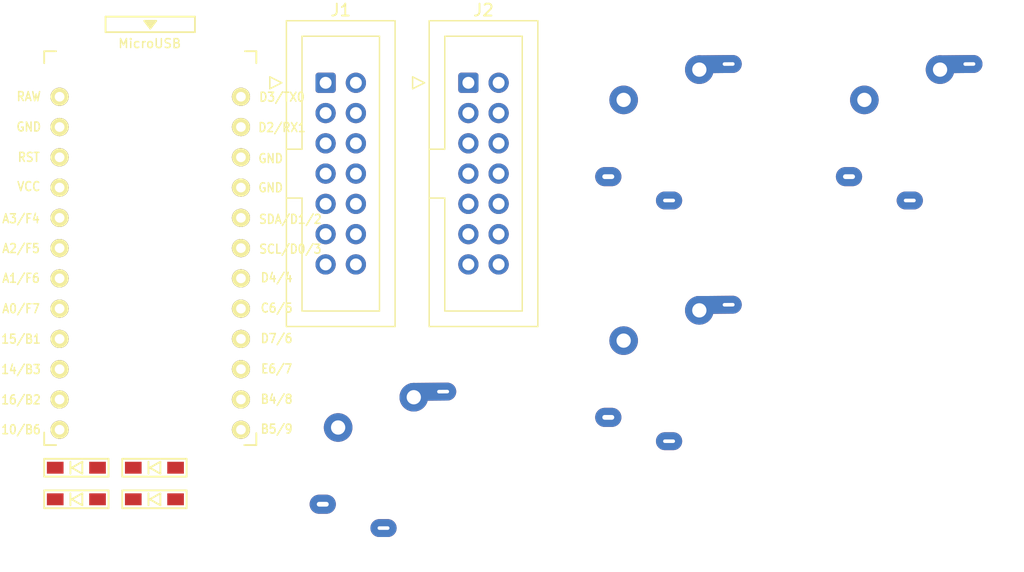
<source format=kicad_pcb>
(kicad_pcb (version 20171130) (host pcbnew "(5.1.10-1-10_14)")

  (general
    (thickness 1.6)
    (drawings 0)
    (tracks 0)
    (zones 0)
    (modules 11)
    (nets 20)
  )

  (page A4)
  (layers
    (0 F.Cu signal)
    (31 B.Cu signal)
    (32 B.Adhes user)
    (33 F.Adhes user)
    (34 B.Paste user)
    (35 F.Paste user)
    (36 B.SilkS user)
    (37 F.SilkS user)
    (38 B.Mask user)
    (39 F.Mask user)
    (40 Dwgs.User user)
    (41 Cmts.User user)
    (42 Eco1.User user)
    (43 Eco2.User user)
    (44 Edge.Cuts user)
    (45 Margin user)
    (46 B.CrtYd user)
    (47 F.CrtYd user)
    (48 B.Fab user)
    (49 F.Fab user)
  )

  (setup
    (last_trace_width 0.25)
    (trace_clearance 0.2)
    (zone_clearance 0.508)
    (zone_45_only no)
    (trace_min 0.2)
    (via_size 0.8)
    (via_drill 0.4)
    (via_min_size 0.4)
    (via_min_drill 0.3)
    (uvia_size 0.3)
    (uvia_drill 0.1)
    (uvias_allowed no)
    (uvia_min_size 0.2)
    (uvia_min_drill 0.1)
    (edge_width 0.12)
    (segment_width 0.12)
    (pcb_text_width 0.3)
    (pcb_text_size 1.5 1.5)
    (mod_edge_width 0.12)
    (mod_text_size 1 1)
    (mod_text_width 0.15)
    (pad_size 1.524 1.524)
    (pad_drill 0.762)
    (pad_to_mask_clearance 0)
    (aux_axis_origin 0 0)
    (visible_elements FFFFFF7F)
    (pcbplotparams
      (layerselection 0x010fc_ffffffff)
      (usegerberextensions false)
      (usegerberattributes true)
      (usegerberadvancedattributes true)
      (creategerberjobfile true)
      (excludeedgelayer true)
      (linewidth 0.100000)
      (plotframeref false)
      (viasonmask false)
      (mode 1)
      (useauxorigin false)
      (hpglpennumber 1)
      (hpglpenspeed 20)
      (hpglpendiameter 15.000000)
      (psnegative false)
      (psa4output false)
      (plotreference true)
      (plotvalue true)
      (plotinvisibletext false)
      (padsonsilk false)
      (subtractmaskfromsilk false)
      (outputformat 1)
      (mirror false)
      (drillshape 1)
      (scaleselection 1)
      (outputdirectory ""))
  )

  (net 0 "")
  (net 1 "Net-(D1-Pad2)")
  (net 2 Row1)
  (net 3 "Net-(D2-Pad2)")
  (net 4 "Net-(D3-Pad2)")
  (net 5 "Net-(D4-Pad2)")
  (net 6 Col1)
  (net 7 Ground)
  (net 8 VCC)
  (net 9 Col9)
  (net 10 Col8)
  (net 11 Col7)
  (net 12 Row3)
  (net 13 Row5)
  (net 14 Row6)
  (net 15 Row4)
  (net 16 Col6)
  (net 17 Col5)
  (net 18 Col4)
  (net 19 Col3)

  (net_class Default "This is the default net class."
    (clearance 0.2)
    (trace_width 0.25)
    (via_dia 0.8)
    (via_drill 0.4)
    (uvia_dia 0.3)
    (uvia_drill 0.1)
    (add_net Col1)
    (add_net Col10)
    (add_net Col11)
    (add_net Col12)
    (add_net Col3)
    (add_net Col4)
    (add_net Col5)
    (add_net Col6)
    (add_net Col7)
    (add_net Col8)
    (add_net Col9)
    (add_net Ground)
    (add_net "Net-(D1-Pad2)")
    (add_net "Net-(D2-Pad2)")
    (add_net "Net-(D3-Pad2)")
    (add_net "Net-(D4-Pad2)")
    (add_net "Net-(J2-Pad10)")
    (add_net "Net-(J2-Pad11)")
    (add_net "Net-(J2-Pad12)")
    (add_net "Net-(J2-Pad13)")
    (add_net "Net-(J2-Pad14)")
    (add_net "Net-(J2-Pad9)")
    (add_net "Net-(U1-Pad24)")
    (add_net Reset)
    (add_net Row1)
    (add_net Row3)
    (add_net Row4)
    (add_net Row5)
    (add_net Row6)
    (add_net VCC)
  )

  (module Foostan:ProMicro_v3.5 (layer F.Cu) (tedit 5CC05BC0) (tstamp 61864593)
    (at 136.248 63.741)
    (path /6185DFED)
    (fp_text reference U1 (at 0 -5 270) (layer F.SilkS) hide
      (effects (font (size 1 1) (thickness 0.15)))
    )
    (fp_text value ProMicro (at -0.1 0.05 90) (layer F.Fab) hide
      (effects (font (size 1 1) (thickness 0.15)))
    )
    (fp_line (start -0.15 -20.4) (end 0.15 -20.4) (layer F.SilkS) (width 0.15))
    (fp_line (start -0.25 -20.55) (end 0.25 -20.55) (layer F.SilkS) (width 0.15))
    (fp_line (start -0.35 -20.7) (end 0.35 -20.7) (layer F.SilkS) (width 0.15))
    (fp_line (start 0 -20.2) (end -0.5 -20.85) (layer F.SilkS) (width 0.15))
    (fp_line (start 0.5 -20.85) (end 0 -20.2) (layer F.SilkS) (width 0.15))
    (fp_line (start -0.5 -20.85) (end 0.5 -20.85) (layer F.SilkS) (width 0.15))
    (fp_line (start 3.75 -21.2) (end -3.75 -21.2) (layer F.SilkS) (width 0.15))
    (fp_line (start 3.75 -19.9) (end 3.75 -21.2) (layer F.SilkS) (width 0.15))
    (fp_line (start -3.75 -19.9) (end 3.75 -19.9) (layer F.SilkS) (width 0.15))
    (fp_line (start -3.75 -21.2) (end -3.75 -19.9) (layer F.SilkS) (width 0.15))
    (fp_line (start 3.76 -18.3) (end 8.9 -18.3) (layer F.Fab) (width 0.15))
    (fp_line (start -3.75 -18.3) (end 3.75 -18.3) (layer F.Fab) (width 0.15))
    (fp_line (start -3.75 -19.6) (end -3.75 -18.299039) (layer F.Fab) (width 0.15))
    (fp_line (start 3.75 -19.6) (end 3.75 -18.3) (layer F.Fab) (width 0.15))
    (fp_line (start -3.75 -19.6) (end 3.75 -19.6) (layer F.Fab) (width 0.15))
    (fp_line (start -8.9 -18.3) (end -3.75 -18.3) (layer F.Fab) (width 0.15))
    (fp_line (start 8.9 -18.3) (end 8.9 14.75) (layer F.Fab) (width 0.15))
    (fp_line (start 8.9 14.75) (end -8.9 14.75) (layer F.Fab) (width 0.15))
    (fp_line (start -8.9 14.75) (end -8.9 -18.3) (layer F.Fab) (width 0.15))
    (fp_line (start -8.9 -18.3) (end -8.9 -17.3) (layer F.SilkS) (width 0.15))
    (fp_line (start 8.9 -18.3) (end 8.9 -17.3) (layer F.SilkS) (width 0.15))
    (fp_line (start -8.9 -18.3) (end -7.9 -18.3) (layer F.SilkS) (width 0.15))
    (fp_line (start 8.9 -18.3) (end 7.95 -18.3) (layer F.SilkS) (width 0.15))
    (fp_line (start -8.9 13.7) (end -8.9 14.75) (layer F.SilkS) (width 0.15))
    (fp_line (start 8.9 13.75) (end 8.9 14.75) (layer F.SilkS) (width 0.15))
    (fp_line (start -8.9 14.75) (end -7.9 14.75) (layer F.SilkS) (width 0.15))
    (fp_line (start 8.9 14.75) (end 7.89 14.75) (layer F.SilkS) (width 0.15))
    (fp_text user "" (at -1.2515 -16.256) (layer B.SilkS)
      (effects (font (size 1 1) (thickness 0.15)) (justify mirror))
    )
    (fp_text user "" (at -0.545 -17.4) (layer F.SilkS)
      (effects (font (size 1 1) (thickness 0.15)))
    )
    (fp_text user RAW (at -10.195 -14.5 unlocked) (layer F.SilkS)
      (effects (font (size 0.75 0.67) (thickness 0.125)))
    )
    (fp_text user GND (at -10.195 -11.95 unlocked) (layer F.SilkS)
      (effects (font (size 0.75 0.67) (thickness 0.125)))
    )
    (fp_text user RST (at -10.195 -9.4 unlocked) (layer F.SilkS)
      (effects (font (size 0.75 0.67) (thickness 0.125)))
    )
    (fp_text user VCC (at -10.195 -6.95 unlocked) (layer F.SilkS)
      (effects (font (size 0.75 0.67) (thickness 0.125)))
    )
    (fp_text user A3/F4 (at -10.845 -4.25 unlocked) (layer F.SilkS)
      (effects (font (size 0.75 0.67) (thickness 0.125)))
    )
    (fp_text user A2/F5 (at -10.845 -1.75 unlocked) (layer F.SilkS)
      (effects (font (size 0.75 0.67) (thickness 0.125)))
    )
    (fp_text user A1/F6 (at -10.845 0.75 unlocked) (layer F.SilkS)
      (effects (font (size 0.75 0.67) (thickness 0.125)))
    )
    (fp_text user A0/F7 (at -10.845 3.3 unlocked) (layer F.SilkS)
      (effects (font (size 0.75 0.67) (thickness 0.125)))
    )
    (fp_text user 15/B1 (at -10.845 5.85 unlocked) (layer F.SilkS)
      (effects (font (size 0.75 0.67) (thickness 0.125)))
    )
    (fp_text user 14/B3 (at -10.845 8.4 unlocked) (layer F.SilkS)
      (effects (font (size 0.75 0.67) (thickness 0.125)))
    )
    (fp_text user 10/B6 (at -10.845 13.45 unlocked) (layer F.SilkS)
      (effects (font (size 0.75 0.67) (thickness 0.125)))
    )
    (fp_text user 16/B2 (at -10.845 10.95 unlocked) (layer F.SilkS)
      (effects (font (size 0.75 0.67) (thickness 0.125)))
    )
    (fp_text user E6/7 (at 10.605 8.35 unlocked) (layer F.SilkS)
      (effects (font (size 0.75 0.67) (thickness 0.125)))
    )
    (fp_text user D7/6 (at 10.605 5.8 unlocked) (layer F.SilkS)
      (effects (font (size 0.75 0.67) (thickness 0.125)))
    )
    (fp_text user GND (at 10.105 -9.3 unlocked) (layer F.SilkS)
      (effects (font (size 0.75 0.67) (thickness 0.125)))
    )
    (fp_text user GND (at 10.105 -6.85 unlocked) (layer F.SilkS)
      (effects (font (size 0.75 0.67) (thickness 0.125)))
    )
    (fp_text user D3/TX0 (at 11.055 -14.45 unlocked) (layer F.SilkS)
      (effects (font (size 0.75 0.67) (thickness 0.125)))
    )
    (fp_text user D4/4 (at 10.605 0.7 unlocked) (layer F.SilkS)
      (effects (font (size 0.75 0.67) (thickness 0.125)))
    )
    (fp_text user SDA/D1/2 (at 11.755 -4.2 unlocked) (layer F.SilkS)
      (effects (font (size 0.75 0.67) (thickness 0.125)))
    )
    (fp_text user SCL/D0/3 (at 11.755 -1.7 unlocked) (layer F.SilkS)
      (effects (font (size 0.75 0.67) (thickness 0.125)))
    )
    (fp_text user C6/5 (at 10.605 3.25 unlocked) (layer F.SilkS)
      (effects (font (size 0.75 0.67) (thickness 0.125)))
    )
    (fp_text user B5/9 (at 10.605 13.4 unlocked) (layer F.SilkS)
      (effects (font (size 0.75 0.67) (thickness 0.125)))
    )
    (fp_text user D2/RX1 (at 11.055 -11.9 unlocked) (layer F.SilkS)
      (effects (font (size 0.75 0.67) (thickness 0.125)))
    )
    (fp_text user B4/8 (at 10.605 10.9 unlocked) (layer F.SilkS)
      (effects (font (size 0.75 0.67) (thickness 0.125)))
    )
    (fp_text user MicroUSB (at -0.05 -18.95) (layer F.SilkS)
      (effects (font (size 0.75 0.75) (thickness 0.12)))
    )
    (pad 24 thru_hole circle (at -7.6086 -14.478) (size 1.524 1.524) (drill 0.8128) (layers *.Cu F.SilkS B.Mask))
    (pad 23 thru_hole circle (at -7.6086 -11.938) (size 1.524 1.524) (drill 0.8128) (layers *.Cu F.SilkS B.Mask)
      (net 7 Ground))
    (pad 22 thru_hole circle (at -7.6086 -9.398) (size 1.524 1.524) (drill 0.8128) (layers *.Cu F.SilkS B.Mask))
    (pad 21 thru_hole circle (at -7.6086 -6.858) (size 1.524 1.524) (drill 0.8128) (layers *.Cu F.SilkS B.Mask)
      (net 8 VCC))
    (pad 20 thru_hole circle (at -7.6086 -4.318) (size 1.524 1.524) (drill 0.8128) (layers *.Cu F.SilkS B.Mask))
    (pad 19 thru_hole circle (at -7.6086 -1.778) (size 1.524 1.524) (drill 0.8128) (layers *.Cu F.SilkS B.Mask))
    (pad 18 thru_hole circle (at -7.6086 0.762) (size 1.524 1.524) (drill 0.8128) (layers *.Cu F.SilkS B.Mask))
    (pad 17 thru_hole circle (at -7.6086 3.302) (size 1.524 1.524) (drill 0.8128) (layers *.Cu F.SilkS B.Mask)
      (net 9 Col9))
    (pad 16 thru_hole circle (at -7.6086 5.842) (size 1.524 1.524) (drill 0.8128) (layers *.Cu F.SilkS B.Mask)
      (net 10 Col8))
    (pad 15 thru_hole circle (at -7.6086 8.382) (size 1.524 1.524) (drill 0.8128) (layers *.Cu F.SilkS B.Mask)
      (net 11 Col7))
    (pad 14 thru_hole circle (at -7.6086 10.922) (size 1.524 1.524) (drill 0.8128) (layers *.Cu F.SilkS B.Mask)
      (net 13 Row5))
    (pad 13 thru_hole circle (at -7.6086 13.462) (size 1.524 1.524) (drill 0.8128) (layers *.Cu F.SilkS B.Mask)
      (net 14 Row6))
    (pad 12 thru_hole circle (at 7.6114 13.462) (size 1.524 1.524) (drill 0.8128) (layers *.Cu F.SilkS B.Mask)
      (net 15 Row4))
    (pad 11 thru_hole circle (at 7.6114 10.922) (size 1.524 1.524) (drill 0.8128) (layers *.Cu F.SilkS B.Mask)
      (net 12 Row3))
    (pad 10 thru_hole circle (at 7.6114 8.382) (size 1.524 1.524) (drill 0.8128) (layers *.Cu F.SilkS B.Mask)
      (net 16 Col6))
    (pad 9 thru_hole circle (at 7.6114 5.842) (size 1.524 1.524) (drill 0.8128) (layers *.Cu F.SilkS B.Mask)
      (net 17 Col5))
    (pad 8 thru_hole circle (at 7.6114 3.302) (size 1.524 1.524) (drill 0.8128) (layers *.Cu F.SilkS B.Mask)
      (net 18 Col4))
    (pad 7 thru_hole circle (at 7.6114 0.762) (size 1.524 1.524) (drill 0.8128) (layers *.Cu F.SilkS B.Mask)
      (net 19 Col3))
    (pad 6 thru_hole circle (at 7.6114 -1.778) (size 1.524 1.524) (drill 0.8128) (layers *.Cu F.SilkS B.Mask)
      (net 6 Col1))
    (pad 5 thru_hole circle (at 7.6114 -4.318) (size 1.524 1.524) (drill 0.8128) (layers *.Cu F.SilkS B.Mask)
      (net 2 Row1))
    (pad 4 thru_hole circle (at 7.6114 -6.858) (size 1.524 1.524) (drill 0.8128) (layers *.Cu F.SilkS B.Mask)
      (net 7 Ground))
    (pad 3 thru_hole circle (at 7.6114 -9.398) (size 1.524 1.524) (drill 0.8128) (layers *.Cu F.SilkS B.Mask)
      (net 7 Ground))
    (pad 2 thru_hole circle (at 7.6114 -11.938) (size 1.524 1.524) (drill 0.8128) (layers *.Cu F.SilkS B.Mask)
      (net 6 Col1))
    (pad 1 thru_hole circle (at 7.6114 -14.478) (size 1.524 1.524) (drill 0.8128) (layers *.Cu F.SilkS B.Mask)
      (net 6 Col1))
  )

  (module Foostan:CherryMX_ChocV2_1u (layer F.Cu) (tedit 5F85C937) (tstamp 618644E9)
    (at 179.783 72.266)
    (path /6188DF8A)
    (fp_text reference SW4 (at 5.1 7.95 180) (layer Dwgs.User) hide
      (effects (font (size 1 1) (thickness 0.15)))
    )
    (fp_text value SW_Push (at 0 7.9 180) (layer Dwgs.User) hide
      (effects (font (size 1 1) (thickness 0.15)))
    )
    (fp_line (start 7 7) (end 7 6) (layer Dwgs.User) (width 0.15))
    (fp_line (start 6 7) (end 7 7) (layer Dwgs.User) (width 0.15))
    (fp_line (start -7 -7) (end -6 -7) (layer Dwgs.User) (width 0.15))
    (fp_line (start -7 -6) (end -7 -7) (layer Dwgs.User) (width 0.15))
    (fp_line (start -9.525 9.525) (end -9.525 -9.525) (layer Dwgs.User) (width 0.15))
    (fp_line (start 9.525 9.525) (end -9.525 9.525) (layer Dwgs.User) (width 0.15))
    (fp_line (start 9.525 -9.525) (end 9.525 9.525) (layer Dwgs.User) (width 0.15))
    (fp_line (start -9.525 -9.525) (end 9.525 -9.525) (layer Dwgs.User) (width 0.15))
    (pad 2 thru_hole circle (at 2.54 -5.08) (size 2.4 2.4) (drill 1.2) (layers *.Cu B.Mask)
      (net 6 Col1))
    (pad 2 thru_hole oval (at 5 -5.55 0.5) (size 4.4 1.5) (drill oval 1 0.3 (offset -1.1 0)) (layers *.Cu B.Mask)
      (net 6 Col1))
    (pad 1 thru_hole oval (at -5.1 3.9) (size 2.2 1.6) (drill oval 1 0.4) (layers *.Cu B.Mask)
      (net 5 "Net-(D4-Pad2)"))
    (pad "" np_thru_hole circle (at 0 0 90) (size 4.9 4.9) (drill 4.9) (layers *.Cu *.Mask))
    (pad "" np_thru_hole circle (at -5.5 0 90) (size 1.8 1.8) (drill 1.8) (layers *.Cu *.Mask))
    (pad "" np_thru_hole circle (at 5.5 0 90) (size 1.8 1.8) (drill 1.8) (layers *.Cu *.Mask))
    (pad 2 thru_hole oval (at 0 5.9) (size 2.2 1.5) (drill oval 1 0.3) (layers *.Cu B.Mask)
      (net 6 Col1))
    (pad 1 thru_hole circle (at -3.81 -2.54) (size 2.4 2.4) (drill 1.2) (layers *.Cu B.Mask)
      (net 5 "Net-(D4-Pad2)"))
    (pad "" np_thru_hole circle (at 5.08 0) (size 1.7 1.7) (drill 1.7) (layers *.Cu *.Mask))
    (pad "" np_thru_hole circle (at -5.08 0) (size 1.7 1.7) (drill 1.7) (layers *.Cu *.Mask))
    (model /Users/foostan/src/github.com/foostan/kbd/kicad-packages3D/kbd.3dshapes/kailh_choc.step
      (at (xyz 0 0 0))
      (scale (xyz 1 1 1))
      (rotate (xyz 0 0 180))
    )
  )

  (module Foostan:CherryMX_ChocV2_1u (layer F.Cu) (tedit 5F85C937) (tstamp 618644D3)
    (at 199.983 52.066)
    (path /618803DA)
    (fp_text reference SW3 (at 5.1 7.95 180) (layer Dwgs.User) hide
      (effects (font (size 1 1) (thickness 0.15)))
    )
    (fp_text value SW_Push (at 0 7.9 180) (layer Dwgs.User) hide
      (effects (font (size 1 1) (thickness 0.15)))
    )
    (fp_line (start 7 7) (end 7 6) (layer Dwgs.User) (width 0.15))
    (fp_line (start 6 7) (end 7 7) (layer Dwgs.User) (width 0.15))
    (fp_line (start -7 -7) (end -6 -7) (layer Dwgs.User) (width 0.15))
    (fp_line (start -7 -6) (end -7 -7) (layer Dwgs.User) (width 0.15))
    (fp_line (start -9.525 9.525) (end -9.525 -9.525) (layer Dwgs.User) (width 0.15))
    (fp_line (start 9.525 9.525) (end -9.525 9.525) (layer Dwgs.User) (width 0.15))
    (fp_line (start 9.525 -9.525) (end 9.525 9.525) (layer Dwgs.User) (width 0.15))
    (fp_line (start -9.525 -9.525) (end 9.525 -9.525) (layer Dwgs.User) (width 0.15))
    (pad 2 thru_hole circle (at 2.54 -5.08) (size 2.4 2.4) (drill 1.2) (layers *.Cu B.Mask)
      (net 6 Col1))
    (pad 2 thru_hole oval (at 5 -5.55 0.5) (size 4.4 1.5) (drill oval 1 0.3 (offset -1.1 0)) (layers *.Cu B.Mask)
      (net 6 Col1))
    (pad 1 thru_hole oval (at -5.1 3.9) (size 2.2 1.6) (drill oval 1 0.4) (layers *.Cu B.Mask)
      (net 4 "Net-(D3-Pad2)"))
    (pad "" np_thru_hole circle (at 0 0 90) (size 4.9 4.9) (drill 4.9) (layers *.Cu *.Mask))
    (pad "" np_thru_hole circle (at -5.5 0 90) (size 1.8 1.8) (drill 1.8) (layers *.Cu *.Mask))
    (pad "" np_thru_hole circle (at 5.5 0 90) (size 1.8 1.8) (drill 1.8) (layers *.Cu *.Mask))
    (pad 2 thru_hole oval (at 0 5.9) (size 2.2 1.5) (drill oval 1 0.3) (layers *.Cu B.Mask)
      (net 6 Col1))
    (pad 1 thru_hole circle (at -3.81 -2.54) (size 2.4 2.4) (drill 1.2) (layers *.Cu B.Mask)
      (net 4 "Net-(D3-Pad2)"))
    (pad "" np_thru_hole circle (at 5.08 0) (size 1.7 1.7) (drill 1.7) (layers *.Cu *.Mask))
    (pad "" np_thru_hole circle (at -5.08 0) (size 1.7 1.7) (drill 1.7) (layers *.Cu *.Mask))
    (model /Users/foostan/src/github.com/foostan/kbd/kicad-packages3D/kbd.3dshapes/kailh_choc.step
      (at (xyz 0 0 0))
      (scale (xyz 1 1 1))
      (rotate (xyz 0 0 180))
    )
  )

  (module Foostan:CherryMX_ChocV2_1u (layer F.Cu) (tedit 5F85C937) (tstamp 618644BD)
    (at 179.783 52.066)
    (path /6188DF7C)
    (fp_text reference SW2 (at 5.1 7.95 180) (layer Dwgs.User) hide
      (effects (font (size 1 1) (thickness 0.15)))
    )
    (fp_text value SW_Push (at 0 7.9 180) (layer Dwgs.User) hide
      (effects (font (size 1 1) (thickness 0.15)))
    )
    (fp_line (start 7 7) (end 7 6) (layer Dwgs.User) (width 0.15))
    (fp_line (start 6 7) (end 7 7) (layer Dwgs.User) (width 0.15))
    (fp_line (start -7 -7) (end -6 -7) (layer Dwgs.User) (width 0.15))
    (fp_line (start -7 -6) (end -7 -7) (layer Dwgs.User) (width 0.15))
    (fp_line (start -9.525 9.525) (end -9.525 -9.525) (layer Dwgs.User) (width 0.15))
    (fp_line (start 9.525 9.525) (end -9.525 9.525) (layer Dwgs.User) (width 0.15))
    (fp_line (start 9.525 -9.525) (end 9.525 9.525) (layer Dwgs.User) (width 0.15))
    (fp_line (start -9.525 -9.525) (end 9.525 -9.525) (layer Dwgs.User) (width 0.15))
    (pad 2 thru_hole circle (at 2.54 -5.08) (size 2.4 2.4) (drill 1.2) (layers *.Cu B.Mask)
      (net 6 Col1))
    (pad 2 thru_hole oval (at 5 -5.55 0.5) (size 4.4 1.5) (drill oval 1 0.3 (offset -1.1 0)) (layers *.Cu B.Mask)
      (net 6 Col1))
    (pad 1 thru_hole oval (at -5.1 3.9) (size 2.2 1.6) (drill oval 1 0.4) (layers *.Cu B.Mask)
      (net 3 "Net-(D2-Pad2)"))
    (pad "" np_thru_hole circle (at 0 0 90) (size 4.9 4.9) (drill 4.9) (layers *.Cu *.Mask))
    (pad "" np_thru_hole circle (at -5.5 0 90) (size 1.8 1.8) (drill 1.8) (layers *.Cu *.Mask))
    (pad "" np_thru_hole circle (at 5.5 0 90) (size 1.8 1.8) (drill 1.8) (layers *.Cu *.Mask))
    (pad 2 thru_hole oval (at 0 5.9) (size 2.2 1.5) (drill oval 1 0.3) (layers *.Cu B.Mask)
      (net 6 Col1))
    (pad 1 thru_hole circle (at -3.81 -2.54) (size 2.4 2.4) (drill 1.2) (layers *.Cu B.Mask)
      (net 3 "Net-(D2-Pad2)"))
    (pad "" np_thru_hole circle (at 5.08 0) (size 1.7 1.7) (drill 1.7) (layers *.Cu *.Mask))
    (pad "" np_thru_hole circle (at -5.08 0) (size 1.7 1.7) (drill 1.7) (layers *.Cu *.Mask))
    (model /Users/foostan/src/github.com/foostan/kbd/kicad-packages3D/kbd.3dshapes/kailh_choc.step
      (at (xyz 0 0 0))
      (scale (xyz 1 1 1))
      (rotate (xyz 0 0 180))
    )
  )

  (module Foostan:CherryMX_ChocV2_1u (layer F.Cu) (tedit 5F85C937) (tstamp 618644A7)
    (at 155.823 79.556)
    (path /6187A774)
    (fp_text reference SW1 (at 5.1 7.95 180) (layer Dwgs.User) hide
      (effects (font (size 1 1) (thickness 0.15)))
    )
    (fp_text value SW_Push (at 0 7.9 180) (layer Dwgs.User) hide
      (effects (font (size 1 1) (thickness 0.15)))
    )
    (fp_line (start 7 7) (end 7 6) (layer Dwgs.User) (width 0.15))
    (fp_line (start 6 7) (end 7 7) (layer Dwgs.User) (width 0.15))
    (fp_line (start -7 -7) (end -6 -7) (layer Dwgs.User) (width 0.15))
    (fp_line (start -7 -6) (end -7 -7) (layer Dwgs.User) (width 0.15))
    (fp_line (start -9.525 9.525) (end -9.525 -9.525) (layer Dwgs.User) (width 0.15))
    (fp_line (start 9.525 9.525) (end -9.525 9.525) (layer Dwgs.User) (width 0.15))
    (fp_line (start 9.525 -9.525) (end 9.525 9.525) (layer Dwgs.User) (width 0.15))
    (fp_line (start -9.525 -9.525) (end 9.525 -9.525) (layer Dwgs.User) (width 0.15))
    (pad 2 thru_hole circle (at 2.54 -5.08) (size 2.4 2.4) (drill 1.2) (layers *.Cu B.Mask)
      (net 6 Col1))
    (pad 2 thru_hole oval (at 5 -5.55 0.5) (size 4.4 1.5) (drill oval 1 0.3 (offset -1.1 0)) (layers *.Cu B.Mask)
      (net 6 Col1))
    (pad 1 thru_hole oval (at -5.1 3.9) (size 2.2 1.6) (drill oval 1 0.4) (layers *.Cu B.Mask)
      (net 1 "Net-(D1-Pad2)"))
    (pad "" np_thru_hole circle (at 0 0 90) (size 4.9 4.9) (drill 4.9) (layers *.Cu *.Mask))
    (pad "" np_thru_hole circle (at -5.5 0 90) (size 1.8 1.8) (drill 1.8) (layers *.Cu *.Mask))
    (pad "" np_thru_hole circle (at 5.5 0 90) (size 1.8 1.8) (drill 1.8) (layers *.Cu *.Mask))
    (pad 2 thru_hole oval (at 0 5.9) (size 2.2 1.5) (drill oval 1 0.3) (layers *.Cu B.Mask)
      (net 6 Col1))
    (pad 1 thru_hole circle (at -3.81 -2.54) (size 2.4 2.4) (drill 1.2) (layers *.Cu B.Mask)
      (net 1 "Net-(D1-Pad2)"))
    (pad "" np_thru_hole circle (at 5.08 0) (size 1.7 1.7) (drill 1.7) (layers *.Cu *.Mask))
    (pad "" np_thru_hole circle (at -5.08 0) (size 1.7 1.7) (drill 1.7) (layers *.Cu *.Mask))
    (model /Users/foostan/src/github.com/foostan/kbd/kicad-packages3D/kbd.3dshapes/kailh_choc.step
      (at (xyz 0 0 0))
      (scale (xyz 1 1 1))
      (rotate (xyz 0 0 180))
    )
  )

  (module Connector_IDC:IDC-Header_2x07_P2.54mm_Vertical (layer F.Cu) (tedit 5EAC9A07) (tstamp 61864491)
    (at 162.943 48.091)
    (descr "Through hole IDC box header, 2x07, 2.54mm pitch, DIN 41651 / IEC 60603-13, double rows, https://docs.google.com/spreadsheets/d/16SsEcesNF15N3Lb4niX7dcUr-NY5_MFPQhobNuNppn4/edit#gid=0")
    (tags "Through hole vertical IDC box header THT 2x07 2.54mm double row")
    (path /618692F3)
    (fp_text reference J2 (at 1.27 -6.1) (layer F.SilkS)
      (effects (font (size 1 1) (thickness 0.15)))
    )
    (fp_text value Conn_02x07_Odd_Even (at 1.27 21.34) (layer F.Fab)
      (effects (font (size 1 1) (thickness 0.15)))
    )
    (fp_line (start -3.18 -4.1) (end -2.18 -5.1) (layer F.Fab) (width 0.1))
    (fp_line (start -2.18 -5.1) (end 5.72 -5.1) (layer F.Fab) (width 0.1))
    (fp_line (start 5.72 -5.1) (end 5.72 20.34) (layer F.Fab) (width 0.1))
    (fp_line (start 5.72 20.34) (end -3.18 20.34) (layer F.Fab) (width 0.1))
    (fp_line (start -3.18 20.34) (end -3.18 -4.1) (layer F.Fab) (width 0.1))
    (fp_line (start -3.18 5.57) (end -1.98 5.57) (layer F.Fab) (width 0.1))
    (fp_line (start -1.98 5.57) (end -1.98 -3.91) (layer F.Fab) (width 0.1))
    (fp_line (start -1.98 -3.91) (end 4.52 -3.91) (layer F.Fab) (width 0.1))
    (fp_line (start 4.52 -3.91) (end 4.52 19.15) (layer F.Fab) (width 0.1))
    (fp_line (start 4.52 19.15) (end -1.98 19.15) (layer F.Fab) (width 0.1))
    (fp_line (start -1.98 19.15) (end -1.98 9.67) (layer F.Fab) (width 0.1))
    (fp_line (start -1.98 9.67) (end -1.98 9.67) (layer F.Fab) (width 0.1))
    (fp_line (start -1.98 9.67) (end -3.18 9.67) (layer F.Fab) (width 0.1))
    (fp_line (start -3.29 -5.21) (end 5.83 -5.21) (layer F.SilkS) (width 0.12))
    (fp_line (start 5.83 -5.21) (end 5.83 20.45) (layer F.SilkS) (width 0.12))
    (fp_line (start 5.83 20.45) (end -3.29 20.45) (layer F.SilkS) (width 0.12))
    (fp_line (start -3.29 20.45) (end -3.29 -5.21) (layer F.SilkS) (width 0.12))
    (fp_line (start -3.29 5.57) (end -1.98 5.57) (layer F.SilkS) (width 0.12))
    (fp_line (start -1.98 5.57) (end -1.98 -3.91) (layer F.SilkS) (width 0.12))
    (fp_line (start -1.98 -3.91) (end 4.52 -3.91) (layer F.SilkS) (width 0.12))
    (fp_line (start 4.52 -3.91) (end 4.52 19.15) (layer F.SilkS) (width 0.12))
    (fp_line (start 4.52 19.15) (end -1.98 19.15) (layer F.SilkS) (width 0.12))
    (fp_line (start -1.98 19.15) (end -1.98 9.67) (layer F.SilkS) (width 0.12))
    (fp_line (start -1.98 9.67) (end -1.98 9.67) (layer F.SilkS) (width 0.12))
    (fp_line (start -1.98 9.67) (end -3.29 9.67) (layer F.SilkS) (width 0.12))
    (fp_line (start -3.68 0) (end -4.68 -0.5) (layer F.SilkS) (width 0.12))
    (fp_line (start -4.68 -0.5) (end -4.68 0.5) (layer F.SilkS) (width 0.12))
    (fp_line (start -4.68 0.5) (end -3.68 0) (layer F.SilkS) (width 0.12))
    (fp_line (start -3.68 -5.6) (end -3.68 20.84) (layer F.CrtYd) (width 0.05))
    (fp_line (start -3.68 20.84) (end 6.22 20.84) (layer F.CrtYd) (width 0.05))
    (fp_line (start 6.22 20.84) (end 6.22 -5.6) (layer F.CrtYd) (width 0.05))
    (fp_line (start 6.22 -5.6) (end -3.68 -5.6) (layer F.CrtYd) (width 0.05))
    (fp_text user %R (at 1.27 7.62 90) (layer F.Fab)
      (effects (font (size 1 1) (thickness 0.15)))
    )
    (pad 14 thru_hole circle (at 2.54 15.24) (size 1.7 1.7) (drill 1) (layers *.Cu *.Mask))
    (pad 12 thru_hole circle (at 2.54 12.7) (size 1.7 1.7) (drill 1) (layers *.Cu *.Mask))
    (pad 10 thru_hole circle (at 2.54 10.16) (size 1.7 1.7) (drill 1) (layers *.Cu *.Mask))
    (pad 8 thru_hole circle (at 2.54 7.62) (size 1.7 1.7) (drill 1) (layers *.Cu *.Mask)
      (net 9 Col9))
    (pad 6 thru_hole circle (at 2.54 5.08) (size 1.7 1.7) (drill 1) (layers *.Cu *.Mask)
      (net 10 Col8))
    (pad 4 thru_hole circle (at 2.54 2.54) (size 1.7 1.7) (drill 1) (layers *.Cu *.Mask)
      (net 11 Col7))
    (pad 2 thru_hole circle (at 2.54 0) (size 1.7 1.7) (drill 1) (layers *.Cu *.Mask)
      (net 7 Ground))
    (pad 13 thru_hole circle (at 0 15.24) (size 1.7 1.7) (drill 1) (layers *.Cu *.Mask))
    (pad 11 thru_hole circle (at 0 12.7) (size 1.7 1.7) (drill 1) (layers *.Cu *.Mask))
    (pad 9 thru_hole circle (at 0 10.16) (size 1.7 1.7) (drill 1) (layers *.Cu *.Mask))
    (pad 7 thru_hole circle (at 0 7.62) (size 1.7 1.7) (drill 1) (layers *.Cu *.Mask)
      (net 12 Row3))
    (pad 5 thru_hole circle (at 0 5.08) (size 1.7 1.7) (drill 1) (layers *.Cu *.Mask)
      (net 6 Col1))
    (pad 3 thru_hole circle (at 0 2.54) (size 1.7 1.7) (drill 1) (layers *.Cu *.Mask)
      (net 2 Row1))
    (pad 1 thru_hole roundrect (at 0 0) (size 1.7 1.7) (drill 1) (layers *.Cu *.Mask) (roundrect_rratio 0.147059)
      (net 8 VCC))
    (model ${KISYS3DMOD}/Connector_IDC.3dshapes/IDC-Header_2x07_P2.54mm_Vertical.wrl
      (at (xyz 0 0 0))
      (scale (xyz 1 1 1))
      (rotate (xyz 0 0 0))
    )
  )

  (module Connector_IDC:IDC-Header_2x07_P2.54mm_Vertical (layer F.Cu) (tedit 5EAC9A07) (tstamp 6186445E)
    (at 150.963 48.091)
    (descr "Through hole IDC box header, 2x07, 2.54mm pitch, DIN 41651 / IEC 60603-13, double rows, https://docs.google.com/spreadsheets/d/16SsEcesNF15N3Lb4niX7dcUr-NY5_MFPQhobNuNppn4/edit#gid=0")
    (tags "Through hole vertical IDC box header THT 2x07 2.54mm double row")
    (path /61867C1C)
    (fp_text reference J1 (at 1.27 -6.1) (layer F.SilkS)
      (effects (font (size 1 1) (thickness 0.15)))
    )
    (fp_text value Conn_02x07_Odd_Even (at 1.27 21.34) (layer F.Fab)
      (effects (font (size 1 1) (thickness 0.15)))
    )
    (fp_line (start -3.18 -4.1) (end -2.18 -5.1) (layer F.Fab) (width 0.1))
    (fp_line (start -2.18 -5.1) (end 5.72 -5.1) (layer F.Fab) (width 0.1))
    (fp_line (start 5.72 -5.1) (end 5.72 20.34) (layer F.Fab) (width 0.1))
    (fp_line (start 5.72 20.34) (end -3.18 20.34) (layer F.Fab) (width 0.1))
    (fp_line (start -3.18 20.34) (end -3.18 -4.1) (layer F.Fab) (width 0.1))
    (fp_line (start -3.18 5.57) (end -1.98 5.57) (layer F.Fab) (width 0.1))
    (fp_line (start -1.98 5.57) (end -1.98 -3.91) (layer F.Fab) (width 0.1))
    (fp_line (start -1.98 -3.91) (end 4.52 -3.91) (layer F.Fab) (width 0.1))
    (fp_line (start 4.52 -3.91) (end 4.52 19.15) (layer F.Fab) (width 0.1))
    (fp_line (start 4.52 19.15) (end -1.98 19.15) (layer F.Fab) (width 0.1))
    (fp_line (start -1.98 19.15) (end -1.98 9.67) (layer F.Fab) (width 0.1))
    (fp_line (start -1.98 9.67) (end -1.98 9.67) (layer F.Fab) (width 0.1))
    (fp_line (start -1.98 9.67) (end -3.18 9.67) (layer F.Fab) (width 0.1))
    (fp_line (start -3.29 -5.21) (end 5.83 -5.21) (layer F.SilkS) (width 0.12))
    (fp_line (start 5.83 -5.21) (end 5.83 20.45) (layer F.SilkS) (width 0.12))
    (fp_line (start 5.83 20.45) (end -3.29 20.45) (layer F.SilkS) (width 0.12))
    (fp_line (start -3.29 20.45) (end -3.29 -5.21) (layer F.SilkS) (width 0.12))
    (fp_line (start -3.29 5.57) (end -1.98 5.57) (layer F.SilkS) (width 0.12))
    (fp_line (start -1.98 5.57) (end -1.98 -3.91) (layer F.SilkS) (width 0.12))
    (fp_line (start -1.98 -3.91) (end 4.52 -3.91) (layer F.SilkS) (width 0.12))
    (fp_line (start 4.52 -3.91) (end 4.52 19.15) (layer F.SilkS) (width 0.12))
    (fp_line (start 4.52 19.15) (end -1.98 19.15) (layer F.SilkS) (width 0.12))
    (fp_line (start -1.98 19.15) (end -1.98 9.67) (layer F.SilkS) (width 0.12))
    (fp_line (start -1.98 9.67) (end -1.98 9.67) (layer F.SilkS) (width 0.12))
    (fp_line (start -1.98 9.67) (end -3.29 9.67) (layer F.SilkS) (width 0.12))
    (fp_line (start -3.68 0) (end -4.68 -0.5) (layer F.SilkS) (width 0.12))
    (fp_line (start -4.68 -0.5) (end -4.68 0.5) (layer F.SilkS) (width 0.12))
    (fp_line (start -4.68 0.5) (end -3.68 0) (layer F.SilkS) (width 0.12))
    (fp_line (start -3.68 -5.6) (end -3.68 20.84) (layer F.CrtYd) (width 0.05))
    (fp_line (start -3.68 20.84) (end 6.22 20.84) (layer F.CrtYd) (width 0.05))
    (fp_line (start 6.22 20.84) (end 6.22 -5.6) (layer F.CrtYd) (width 0.05))
    (fp_line (start 6.22 -5.6) (end -3.68 -5.6) (layer F.CrtYd) (width 0.05))
    (fp_text user %R (at 1.27 7.62 90) (layer F.Fab)
      (effects (font (size 1 1) (thickness 0.15)))
    )
    (pad 14 thru_hole circle (at 2.54 15.24) (size 1.7 1.7) (drill 1) (layers *.Cu *.Mask)
      (net 17 Col5))
    (pad 12 thru_hole circle (at 2.54 12.7) (size 1.7 1.7) (drill 1) (layers *.Cu *.Mask)
      (net 18 Col4))
    (pad 10 thru_hole circle (at 2.54 10.16) (size 1.7 1.7) (drill 1) (layers *.Cu *.Mask)
      (net 19 Col3))
    (pad 8 thru_hole circle (at 2.54 7.62) (size 1.7 1.7) (drill 1) (layers *.Cu *.Mask)
      (net 6 Col1))
    (pad 6 thru_hole circle (at 2.54 5.08) (size 1.7 1.7) (drill 1) (layers *.Cu *.Mask)
      (net 6 Col1))
    (pad 4 thru_hole circle (at 2.54 2.54) (size 1.7 1.7) (drill 1) (layers *.Cu *.Mask)
      (net 6 Col1))
    (pad 2 thru_hole circle (at 2.54 0) (size 1.7 1.7) (drill 1) (layers *.Cu *.Mask)
      (net 7 Ground))
    (pad 13 thru_hole circle (at 0 15.24) (size 1.7 1.7) (drill 1) (layers *.Cu *.Mask)
      (net 16 Col6))
    (pad 11 thru_hole circle (at 0 12.7) (size 1.7 1.7) (drill 1) (layers *.Cu *.Mask)
      (net 15 Row4))
    (pad 9 thru_hole circle (at 0 10.16) (size 1.7 1.7) (drill 1) (layers *.Cu *.Mask)
      (net 13 Row5))
    (pad 7 thru_hole circle (at 0 7.62) (size 1.7 1.7) (drill 1) (layers *.Cu *.Mask)
      (net 14 Row6))
    (pad 5 thru_hole circle (at 0 5.08) (size 1.7 1.7) (drill 1) (layers *.Cu *.Mask)
      (net 12 Row3))
    (pad 3 thru_hole circle (at 0 2.54) (size 1.7 1.7) (drill 1) (layers *.Cu *.Mask)
      (net 2 Row1))
    (pad 1 thru_hole roundrect (at 0 0) (size 1.7 1.7) (drill 1) (layers *.Cu *.Mask) (roundrect_rratio 0.147059)
      (net 8 VCC))
    (model ${KISYS3DMOD}/Connector_IDC.3dshapes/IDC-Header_2x07_P2.54mm_Vertical.wrl
      (at (xyz 0 0 0))
      (scale (xyz 1 1 1))
      (rotate (xyz 0 0 0))
    )
  )

  (module Foostan:D3_SMD_v2 (layer F.Cu) (tedit 5F70BC50) (tstamp 618643F3)
    (at 136.598 83.041)
    (descr "Resitance 3 pas")
    (tags R)
    (path /6188DF84)
    (autoplace_cost180 10)
    (fp_text reference D4 (at 0.5 0) (layer F.Fab) hide
      (effects (font (size 0.5 0.5) (thickness 0.125)))
    )
    (fp_text value D (at -0.6 0) (layer F.Fab) hide
      (effects (font (size 0.5 0.5) (thickness 0.125)))
    )
    (fp_line (start -0.5 -0.5) (end -0.5 0.5) (layer F.SilkS) (width 0.15))
    (fp_line (start -0.4 0) (end 0.5 -0.5) (layer F.SilkS) (width 0.15))
    (fp_line (start 0.5 0.5) (end -0.4 0) (layer F.SilkS) (width 0.15))
    (fp_line (start 0.5 -0.5) (end 0.5 0.5) (layer F.SilkS) (width 0.15))
    (fp_line (start 2.7 -0.75) (end 2.7 0.75) (layer F.SilkS) (width 0.15))
    (fp_line (start -2.7 -0.75) (end -2.7 0.75) (layer F.SilkS) (width 0.15))
    (fp_line (start 2.7 -0.75) (end -2.7 -0.75) (layer F.SilkS) (width 0.15))
    (fp_line (start -2.7 0.75) (end 2.7 0.75) (layer F.SilkS) (width 0.15))
    (pad 2 smd rect (at 1.775 0) (size 1.4 1) (layers F.Cu F.Paste F.Mask)
      (net 5 "Net-(D4-Pad2)"))
    (pad 1 smd rect (at -1.775 0) (size 1.4 1) (layers F.Cu F.Paste F.Mask)
      (net 6 Col1))
    (model ${KIGITHUB3D}/Diode_SMD.3dshapes/D_SOD-123.step
      (at (xyz 0 0 0))
      (scale (xyz 1 1 1))
      (rotate (xyz 0 0 0))
    )
  )

  (module Foostan:D3_SMD_v2 (layer F.Cu) (tedit 5F70BC50) (tstamp 618643E5)
    (at 130.048 83.041)
    (descr "Resitance 3 pas")
    (tags R)
    (path /618803D0)
    (autoplace_cost180 10)
    (fp_text reference D3 (at 0.5 0) (layer F.Fab) hide
      (effects (font (size 0.5 0.5) (thickness 0.125)))
    )
    (fp_text value D (at -0.6 0) (layer F.Fab) hide
      (effects (font (size 0.5 0.5) (thickness 0.125)))
    )
    (fp_line (start -0.5 -0.5) (end -0.5 0.5) (layer F.SilkS) (width 0.15))
    (fp_line (start -0.4 0) (end 0.5 -0.5) (layer F.SilkS) (width 0.15))
    (fp_line (start 0.5 0.5) (end -0.4 0) (layer F.SilkS) (width 0.15))
    (fp_line (start 0.5 -0.5) (end 0.5 0.5) (layer F.SilkS) (width 0.15))
    (fp_line (start 2.7 -0.75) (end 2.7 0.75) (layer F.SilkS) (width 0.15))
    (fp_line (start -2.7 -0.75) (end -2.7 0.75) (layer F.SilkS) (width 0.15))
    (fp_line (start 2.7 -0.75) (end -2.7 -0.75) (layer F.SilkS) (width 0.15))
    (fp_line (start -2.7 0.75) (end 2.7 0.75) (layer F.SilkS) (width 0.15))
    (pad 2 smd rect (at 1.775 0) (size 1.4 1) (layers F.Cu F.Paste F.Mask)
      (net 4 "Net-(D3-Pad2)"))
    (pad 1 smd rect (at -1.775 0) (size 1.4 1) (layers F.Cu F.Paste F.Mask)
      (net 6 Col1))
    (model ${KIGITHUB3D}/Diode_SMD.3dshapes/D_SOD-123.step
      (at (xyz 0 0 0))
      (scale (xyz 1 1 1))
      (rotate (xyz 0 0 0))
    )
  )

  (module Foostan:D3_SMD_v2 (layer F.Cu) (tedit 5F70BC50) (tstamp 618643D7)
    (at 136.598 80.391)
    (descr "Resitance 3 pas")
    (tags R)
    (path /6188DF74)
    (autoplace_cost180 10)
    (fp_text reference D2 (at 0.5 0) (layer F.Fab) hide
      (effects (font (size 0.5 0.5) (thickness 0.125)))
    )
    (fp_text value D (at -0.6 0) (layer F.Fab) hide
      (effects (font (size 0.5 0.5) (thickness 0.125)))
    )
    (fp_line (start -0.5 -0.5) (end -0.5 0.5) (layer F.SilkS) (width 0.15))
    (fp_line (start -0.4 0) (end 0.5 -0.5) (layer F.SilkS) (width 0.15))
    (fp_line (start 0.5 0.5) (end -0.4 0) (layer F.SilkS) (width 0.15))
    (fp_line (start 0.5 -0.5) (end 0.5 0.5) (layer F.SilkS) (width 0.15))
    (fp_line (start 2.7 -0.75) (end 2.7 0.75) (layer F.SilkS) (width 0.15))
    (fp_line (start -2.7 -0.75) (end -2.7 0.75) (layer F.SilkS) (width 0.15))
    (fp_line (start 2.7 -0.75) (end -2.7 -0.75) (layer F.SilkS) (width 0.15))
    (fp_line (start -2.7 0.75) (end 2.7 0.75) (layer F.SilkS) (width 0.15))
    (pad 2 smd rect (at 1.775 0) (size 1.4 1) (layers F.Cu F.Paste F.Mask)
      (net 3 "Net-(D2-Pad2)"))
    (pad 1 smd rect (at -1.775 0) (size 1.4 1) (layers F.Cu F.Paste F.Mask)
      (net 2 Row1))
    (model ${KIGITHUB3D}/Diode_SMD.3dshapes/D_SOD-123.step
      (at (xyz 0 0 0))
      (scale (xyz 1 1 1))
      (rotate (xyz 0 0 0))
    )
  )

  (module Foostan:D3_SMD_v2 (layer F.Cu) (tedit 5F70BC50) (tstamp 618643C9)
    (at 130.048 80.391)
    (descr "Resitance 3 pas")
    (tags R)
    (path /618785C9)
    (autoplace_cost180 10)
    (fp_text reference D1 (at 0.5 0) (layer F.Fab) hide
      (effects (font (size 0.5 0.5) (thickness 0.125)))
    )
    (fp_text value D (at -0.6 0) (layer F.Fab) hide
      (effects (font (size 0.5 0.5) (thickness 0.125)))
    )
    (fp_line (start -0.5 -0.5) (end -0.5 0.5) (layer F.SilkS) (width 0.15))
    (fp_line (start -0.4 0) (end 0.5 -0.5) (layer F.SilkS) (width 0.15))
    (fp_line (start 0.5 0.5) (end -0.4 0) (layer F.SilkS) (width 0.15))
    (fp_line (start 0.5 -0.5) (end 0.5 0.5) (layer F.SilkS) (width 0.15))
    (fp_line (start 2.7 -0.75) (end 2.7 0.75) (layer F.SilkS) (width 0.15))
    (fp_line (start -2.7 -0.75) (end -2.7 0.75) (layer F.SilkS) (width 0.15))
    (fp_line (start 2.7 -0.75) (end -2.7 -0.75) (layer F.SilkS) (width 0.15))
    (fp_line (start -2.7 0.75) (end 2.7 0.75) (layer F.SilkS) (width 0.15))
    (pad 2 smd rect (at 1.775 0) (size 1.4 1) (layers F.Cu F.Paste F.Mask)
      (net 1 "Net-(D1-Pad2)"))
    (pad 1 smd rect (at -1.775 0) (size 1.4 1) (layers F.Cu F.Paste F.Mask)
      (net 2 Row1))
    (model ${KIGITHUB3D}/Diode_SMD.3dshapes/D_SOD-123.step
      (at (xyz 0 0 0))
      (scale (xyz 1 1 1))
      (rotate (xyz 0 0 0))
    )
  )

)

</source>
